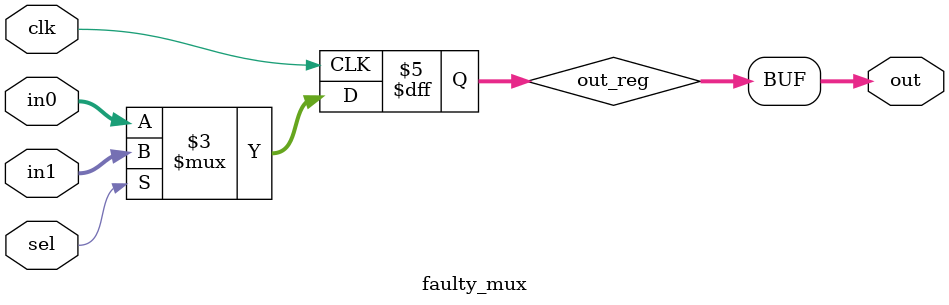
<source format=v>
module faulty_mux (
    input wire clk,
    input wire sel,
    input wire [7:0] in0,
    input wire [7:0] in1,
    output wire [7:0] out
);

    reg [7:0] out_reg;

    always @(posedge clk) begin
    if (sel)
        out_reg <= in1;
    else
        out_reg <= in0;
    end

    assign out = out_reg; // Correct continuous assignment outside always block

endmodule

</source>
